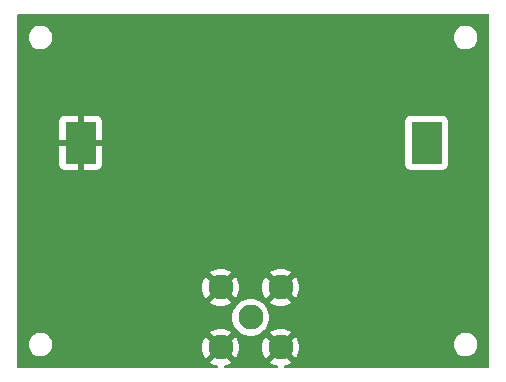
<source format=gbl>
G04 #@! TF.GenerationSoftware,KiCad,Pcbnew,8.0.7-8.0.7-0~ubuntu22.04.1*
G04 #@! TF.CreationDate,2025-02-07T12:30:24-08:00*
G04 #@! TF.ProjectId,WaDAR_Tag_V1_2,57614441-525f-4546-9167-5f56315f322e,rev?*
G04 #@! TF.SameCoordinates,Original*
G04 #@! TF.FileFunction,Copper,L2,Bot*
G04 #@! TF.FilePolarity,Positive*
%FSLAX46Y46*%
G04 Gerber Fmt 4.6, Leading zero omitted, Abs format (unit mm)*
G04 Created by KiCad (PCBNEW 8.0.7-8.0.7-0~ubuntu22.04.1) date 2025-02-07 12:30:24*
%MOMM*%
%LPD*%
G01*
G04 APERTURE LIST*
G04 #@! TA.AperFunction,ComponentPad*
%ADD10C,2.108200*%
G04 #@! TD*
G04 #@! TA.AperFunction,SMDPad,CuDef*
%ADD11R,2.600000X3.600000*%
G04 #@! TD*
G04 #@! TA.AperFunction,ViaPad*
%ADD12C,0.800000*%
G04 #@! TD*
G04 APERTURE END LIST*
D10*
X160860000Y-73740000D03*
X160860000Y-68660000D03*
X165940000Y-68660000D03*
X165940000Y-73740000D03*
X163400000Y-71200000D03*
D11*
X178300000Y-56425000D03*
X149000000Y-56425000D03*
D12*
X161900000Y-65300000D03*
X165200000Y-60300000D03*
X165200000Y-62300000D03*
X165200000Y-63300000D03*
X161900000Y-64300000D03*
X161900000Y-66300000D03*
X165200000Y-61300000D03*
X161900000Y-59300000D03*
X161900000Y-62300000D03*
X165200000Y-59300000D03*
X161900000Y-61300000D03*
X149000000Y-56425000D03*
X165200000Y-64300000D03*
X161900000Y-63300000D03*
X161900000Y-60300000D03*
X165200000Y-66300000D03*
X165200000Y-65300000D03*
X178300000Y-56425000D03*
G04 #@! TA.AperFunction,Conductor*
G36*
X183543039Y-45519685D02*
G01*
X183588794Y-45572489D01*
X183600000Y-45624000D01*
X183600000Y-75376000D01*
X183580315Y-75443039D01*
X183527511Y-75488794D01*
X183476000Y-75500000D01*
X166313977Y-75500000D01*
X166246938Y-75480315D01*
X166201183Y-75427511D01*
X166191239Y-75358353D01*
X166220264Y-75294797D01*
X166279042Y-75257023D01*
X166285030Y-75255426D01*
X166421718Y-75222610D01*
X166421730Y-75222606D01*
X166647729Y-75128995D01*
X166850922Y-75004476D01*
X166850923Y-75004475D01*
X166302370Y-74455922D01*
X166318989Y-74449039D01*
X166450034Y-74361478D01*
X166561478Y-74250034D01*
X166649039Y-74118989D01*
X166655922Y-74102370D01*
X167204475Y-74650923D01*
X167204476Y-74650922D01*
X167328995Y-74447729D01*
X167422606Y-74221730D01*
X167422610Y-74221718D01*
X167479712Y-73983870D01*
X167498905Y-73740000D01*
X167480017Y-73500000D01*
X180597422Y-73500000D01*
X180617943Y-73701819D01*
X180678669Y-73895364D01*
X180678676Y-73895379D01*
X180777118Y-74072738D01*
X180777121Y-74072743D01*
X180909255Y-74226660D01*
X180909256Y-74226662D01*
X181069668Y-74350829D01*
X181069672Y-74350832D01*
X181251799Y-74440170D01*
X181448182Y-74491017D01*
X181650780Y-74501292D01*
X181851299Y-74470573D01*
X182041530Y-74400120D01*
X182213684Y-74292815D01*
X182360715Y-74153052D01*
X182476601Y-73986553D01*
X182556600Y-73800135D01*
X182597435Y-73601429D01*
X182600000Y-73500000D01*
X182597435Y-73398571D01*
X182556600Y-73199865D01*
X182476601Y-73013447D01*
X182360715Y-72846948D01*
X182213684Y-72707185D01*
X182041530Y-72599880D01*
X181933391Y-72559830D01*
X181851300Y-72529427D01*
X181851294Y-72529426D01*
X181650781Y-72498708D01*
X181650780Y-72498708D01*
X181549481Y-72503845D01*
X181448181Y-72508983D01*
X181251798Y-72559830D01*
X181069668Y-72649170D01*
X180909256Y-72773337D01*
X180909255Y-72773339D01*
X180777121Y-72927256D01*
X180777118Y-72927261D01*
X180678676Y-73104620D01*
X180678669Y-73104635D01*
X180617943Y-73298180D01*
X180597422Y-73500000D01*
X167480017Y-73500000D01*
X167479712Y-73496129D01*
X167422610Y-73258281D01*
X167422606Y-73258269D01*
X167328995Y-73032270D01*
X167204475Y-72829075D01*
X166655922Y-73377628D01*
X166649039Y-73361011D01*
X166561478Y-73229966D01*
X166450034Y-73118522D01*
X166318989Y-73030961D01*
X166302368Y-73024076D01*
X166850923Y-72475523D01*
X166647729Y-72351004D01*
X166421730Y-72257393D01*
X166421718Y-72257389D01*
X166183870Y-72200287D01*
X165940000Y-72181094D01*
X165696129Y-72200287D01*
X165458281Y-72257389D01*
X165458269Y-72257393D01*
X165232270Y-72351004D01*
X165029075Y-72475523D01*
X165577629Y-73024077D01*
X165561011Y-73030961D01*
X165429966Y-73118522D01*
X165318522Y-73229966D01*
X165230961Y-73361011D01*
X165224077Y-73377629D01*
X164675523Y-72829075D01*
X164551004Y-73032270D01*
X164457393Y-73258269D01*
X164457389Y-73258281D01*
X164400287Y-73496129D01*
X164381094Y-73740000D01*
X164400287Y-73983870D01*
X164457389Y-74221718D01*
X164457393Y-74221730D01*
X164551004Y-74447729D01*
X164675523Y-74650923D01*
X165224077Y-74102369D01*
X165230961Y-74118989D01*
X165318522Y-74250034D01*
X165429966Y-74361478D01*
X165561011Y-74449039D01*
X165577629Y-74455922D01*
X165029075Y-75004475D01*
X165029075Y-75004476D01*
X165232270Y-75128995D01*
X165458269Y-75222606D01*
X165458281Y-75222610D01*
X165594970Y-75255426D01*
X165655562Y-75290217D01*
X165687726Y-75352243D01*
X165681250Y-75421812D01*
X165638191Y-75476836D01*
X165572218Y-75499845D01*
X165566023Y-75500000D01*
X161233977Y-75500000D01*
X161166938Y-75480315D01*
X161121183Y-75427511D01*
X161111239Y-75358353D01*
X161140264Y-75294797D01*
X161199042Y-75257023D01*
X161205030Y-75255426D01*
X161341718Y-75222610D01*
X161341730Y-75222606D01*
X161567729Y-75128995D01*
X161770922Y-75004476D01*
X161770923Y-75004475D01*
X161222370Y-74455922D01*
X161238989Y-74449039D01*
X161370034Y-74361478D01*
X161481478Y-74250034D01*
X161569039Y-74118989D01*
X161575922Y-74102370D01*
X162124475Y-74650923D01*
X162124476Y-74650922D01*
X162248995Y-74447729D01*
X162342606Y-74221730D01*
X162342610Y-74221718D01*
X162399712Y-73983870D01*
X162418905Y-73740000D01*
X162399712Y-73496129D01*
X162342610Y-73258281D01*
X162342606Y-73258269D01*
X162248995Y-73032270D01*
X162124475Y-72829075D01*
X161575922Y-73377628D01*
X161569039Y-73361011D01*
X161481478Y-73229966D01*
X161370034Y-73118522D01*
X161238989Y-73030961D01*
X161222368Y-73024076D01*
X161770923Y-72475523D01*
X161567729Y-72351004D01*
X161341730Y-72257393D01*
X161341718Y-72257389D01*
X161103870Y-72200287D01*
X160860000Y-72181094D01*
X160616129Y-72200287D01*
X160378281Y-72257389D01*
X160378269Y-72257393D01*
X160152270Y-72351004D01*
X159949075Y-72475523D01*
X160497629Y-73024077D01*
X160481011Y-73030961D01*
X160349966Y-73118522D01*
X160238522Y-73229966D01*
X160150961Y-73361011D01*
X160144077Y-73377629D01*
X159595523Y-72829075D01*
X159471004Y-73032270D01*
X159377393Y-73258269D01*
X159377389Y-73258281D01*
X159320287Y-73496129D01*
X159301094Y-73740000D01*
X159320287Y-73983870D01*
X159377389Y-74221718D01*
X159377393Y-74221730D01*
X159471004Y-74447729D01*
X159595523Y-74650923D01*
X160144077Y-74102369D01*
X160150961Y-74118989D01*
X160238522Y-74250034D01*
X160349966Y-74361478D01*
X160481011Y-74449039D01*
X160497629Y-74455922D01*
X159949075Y-75004475D01*
X159949075Y-75004476D01*
X160152270Y-75128995D01*
X160378269Y-75222606D01*
X160378281Y-75222610D01*
X160514970Y-75255426D01*
X160575562Y-75290217D01*
X160607726Y-75352243D01*
X160601250Y-75421812D01*
X160558191Y-75476836D01*
X160492218Y-75499845D01*
X160486023Y-75500000D01*
X143724000Y-75500000D01*
X143656961Y-75480315D01*
X143611206Y-75427511D01*
X143600000Y-75376000D01*
X143600000Y-73500000D01*
X144597422Y-73500000D01*
X144617943Y-73701819D01*
X144678669Y-73895364D01*
X144678676Y-73895379D01*
X144777118Y-74072738D01*
X144777121Y-74072743D01*
X144909255Y-74226660D01*
X144909256Y-74226662D01*
X145069668Y-74350829D01*
X145069672Y-74350832D01*
X145251799Y-74440170D01*
X145448182Y-74491017D01*
X145650780Y-74501292D01*
X145851299Y-74470573D01*
X146041530Y-74400120D01*
X146213684Y-74292815D01*
X146360715Y-74153052D01*
X146476601Y-73986553D01*
X146556600Y-73800135D01*
X146597435Y-73601429D01*
X146600000Y-73500000D01*
X146597435Y-73398571D01*
X146556600Y-73199865D01*
X146476601Y-73013447D01*
X146360715Y-72846948D01*
X146213684Y-72707185D01*
X146041530Y-72599880D01*
X145933391Y-72559830D01*
X145851300Y-72529427D01*
X145851294Y-72529426D01*
X145650781Y-72498708D01*
X145650780Y-72498708D01*
X145549481Y-72503845D01*
X145448181Y-72508983D01*
X145251798Y-72559830D01*
X145069668Y-72649170D01*
X144909256Y-72773337D01*
X144909255Y-72773339D01*
X144777121Y-72927256D01*
X144777118Y-72927261D01*
X144678676Y-73104620D01*
X144678669Y-73104635D01*
X144617943Y-73298180D01*
X144597422Y-73500000D01*
X143600000Y-73500000D01*
X143600000Y-71200000D01*
X161840593Y-71200000D01*
X161859792Y-71443948D01*
X161916915Y-71681883D01*
X161916915Y-71681884D01*
X162010555Y-71907952D01*
X162010557Y-71907955D01*
X162138409Y-72116590D01*
X162138410Y-72116593D01*
X162138413Y-72116596D01*
X162297333Y-72302667D01*
X162441370Y-72425687D01*
X162483406Y-72461589D01*
X162483408Y-72461589D01*
X162543980Y-72498708D01*
X162692044Y-72589442D01*
X162692047Y-72589444D01*
X162918116Y-72683084D01*
X163122301Y-72732104D01*
X163156055Y-72740208D01*
X163400000Y-72759407D01*
X163643945Y-72740208D01*
X163881883Y-72683084D01*
X163881884Y-72683084D01*
X164107952Y-72589444D01*
X164107953Y-72589443D01*
X164107956Y-72589442D01*
X164316596Y-72461587D01*
X164502667Y-72302667D01*
X164661587Y-72116596D01*
X164789442Y-71907956D01*
X164883084Y-71681883D01*
X164940208Y-71443945D01*
X164959407Y-71200000D01*
X164940208Y-70956055D01*
X164883084Y-70718117D01*
X164883084Y-70718116D01*
X164883084Y-70718115D01*
X164789444Y-70492047D01*
X164789442Y-70492044D01*
X164661590Y-70283409D01*
X164661589Y-70283406D01*
X164625687Y-70241370D01*
X164502667Y-70097333D01*
X164379645Y-69992262D01*
X164316593Y-69938410D01*
X164316590Y-69938409D01*
X164107955Y-69810557D01*
X164107952Y-69810555D01*
X163881883Y-69716915D01*
X163643948Y-69659792D01*
X163400000Y-69640593D01*
X163156051Y-69659792D01*
X162918116Y-69716915D01*
X162918115Y-69716915D01*
X162692047Y-69810555D01*
X162692044Y-69810557D01*
X162483409Y-69938409D01*
X162483406Y-69938410D01*
X162297333Y-70097333D01*
X162138410Y-70283406D01*
X162138409Y-70283409D01*
X162010557Y-70492044D01*
X162010555Y-70492047D01*
X161916915Y-70718115D01*
X161916915Y-70718116D01*
X161859792Y-70956051D01*
X161840593Y-71200000D01*
X143600000Y-71200000D01*
X143600000Y-68660000D01*
X159301094Y-68660000D01*
X159320287Y-68903870D01*
X159377389Y-69141718D01*
X159377393Y-69141730D01*
X159471004Y-69367729D01*
X159595523Y-69570923D01*
X160144077Y-69022369D01*
X160150961Y-69038989D01*
X160238522Y-69170034D01*
X160349966Y-69281478D01*
X160481011Y-69369039D01*
X160497629Y-69375922D01*
X159949075Y-69924475D01*
X159949075Y-69924476D01*
X160152270Y-70048995D01*
X160378269Y-70142606D01*
X160378281Y-70142610D01*
X160616129Y-70199712D01*
X160860000Y-70218905D01*
X161103870Y-70199712D01*
X161341718Y-70142610D01*
X161341730Y-70142606D01*
X161567729Y-70048995D01*
X161770922Y-69924476D01*
X161770923Y-69924475D01*
X161222370Y-69375922D01*
X161238989Y-69369039D01*
X161370034Y-69281478D01*
X161481478Y-69170034D01*
X161569039Y-69038989D01*
X161575922Y-69022370D01*
X162124475Y-69570923D01*
X162124476Y-69570922D01*
X162248995Y-69367729D01*
X162342606Y-69141730D01*
X162342610Y-69141718D01*
X162399712Y-68903870D01*
X162418905Y-68660000D01*
X164381094Y-68660000D01*
X164400287Y-68903870D01*
X164457389Y-69141718D01*
X164457393Y-69141730D01*
X164551004Y-69367729D01*
X164675523Y-69570923D01*
X165224077Y-69022369D01*
X165230961Y-69038989D01*
X165318522Y-69170034D01*
X165429966Y-69281478D01*
X165561011Y-69369039D01*
X165577629Y-69375922D01*
X165029075Y-69924475D01*
X165029075Y-69924476D01*
X165232270Y-70048995D01*
X165458269Y-70142606D01*
X165458281Y-70142610D01*
X165696129Y-70199712D01*
X165940000Y-70218905D01*
X166183870Y-70199712D01*
X166421718Y-70142610D01*
X166421730Y-70142606D01*
X166647729Y-70048995D01*
X166850922Y-69924476D01*
X166850923Y-69924475D01*
X166302370Y-69375922D01*
X166318989Y-69369039D01*
X166450034Y-69281478D01*
X166561478Y-69170034D01*
X166649039Y-69038989D01*
X166655922Y-69022370D01*
X167204475Y-69570923D01*
X167204476Y-69570922D01*
X167328995Y-69367729D01*
X167422606Y-69141730D01*
X167422610Y-69141718D01*
X167479712Y-68903870D01*
X167498905Y-68660000D01*
X167479712Y-68416129D01*
X167422610Y-68178281D01*
X167422606Y-68178269D01*
X167328995Y-67952270D01*
X167204475Y-67749075D01*
X166655922Y-68297628D01*
X166649039Y-68281011D01*
X166561478Y-68149966D01*
X166450034Y-68038522D01*
X166318989Y-67950961D01*
X166302368Y-67944076D01*
X166850923Y-67395523D01*
X166647729Y-67271004D01*
X166421730Y-67177393D01*
X166421718Y-67177389D01*
X166183870Y-67120287D01*
X165940000Y-67101094D01*
X165696129Y-67120287D01*
X165458281Y-67177389D01*
X165458269Y-67177393D01*
X165232270Y-67271004D01*
X165029075Y-67395523D01*
X165577629Y-67944077D01*
X165561011Y-67950961D01*
X165429966Y-68038522D01*
X165318522Y-68149966D01*
X165230961Y-68281011D01*
X165224077Y-68297629D01*
X164675523Y-67749075D01*
X164551004Y-67952270D01*
X164457393Y-68178269D01*
X164457389Y-68178281D01*
X164400287Y-68416129D01*
X164381094Y-68660000D01*
X162418905Y-68660000D01*
X162399712Y-68416129D01*
X162342610Y-68178281D01*
X162342606Y-68178269D01*
X162248995Y-67952270D01*
X162124475Y-67749075D01*
X161575922Y-68297628D01*
X161569039Y-68281011D01*
X161481478Y-68149966D01*
X161370034Y-68038522D01*
X161238989Y-67950961D01*
X161222368Y-67944076D01*
X161770923Y-67395523D01*
X161567729Y-67271004D01*
X161341730Y-67177393D01*
X161341718Y-67177389D01*
X161103870Y-67120287D01*
X160860000Y-67101094D01*
X160616129Y-67120287D01*
X160378281Y-67177389D01*
X160378269Y-67177393D01*
X160152270Y-67271004D01*
X159949075Y-67395523D01*
X160497629Y-67944077D01*
X160481011Y-67950961D01*
X160349966Y-68038522D01*
X160238522Y-68149966D01*
X160150961Y-68281011D01*
X160144077Y-68297629D01*
X159595523Y-67749075D01*
X159471004Y-67952270D01*
X159377393Y-68178269D01*
X159377389Y-68178281D01*
X159320287Y-68416129D01*
X159301094Y-68660000D01*
X143600000Y-68660000D01*
X143600000Y-58272844D01*
X147200000Y-58272844D01*
X147206401Y-58332372D01*
X147206403Y-58332379D01*
X147256645Y-58467086D01*
X147256649Y-58467093D01*
X147342809Y-58582187D01*
X147342812Y-58582190D01*
X147457906Y-58668350D01*
X147457913Y-58668354D01*
X147592620Y-58718596D01*
X147592627Y-58718598D01*
X147652155Y-58724999D01*
X147652172Y-58725000D01*
X148750000Y-58725000D01*
X149250000Y-58725000D01*
X150347828Y-58725000D01*
X150347844Y-58724999D01*
X150407372Y-58718598D01*
X150407379Y-58718596D01*
X150542086Y-58668354D01*
X150542093Y-58668350D01*
X150657187Y-58582190D01*
X150657190Y-58582187D01*
X150743350Y-58467093D01*
X150743354Y-58467086D01*
X150793596Y-58332379D01*
X150793598Y-58332372D01*
X150799999Y-58272844D01*
X150800000Y-58272827D01*
X150800000Y-56675000D01*
X149250000Y-56675000D01*
X149250000Y-58725000D01*
X148750000Y-58725000D01*
X148750000Y-56675000D01*
X147200000Y-56675000D01*
X147200000Y-58272844D01*
X143600000Y-58272844D01*
X143600000Y-54577155D01*
X147200000Y-54577155D01*
X147200000Y-56175000D01*
X148750000Y-56175000D01*
X149250000Y-56175000D01*
X150800000Y-56175000D01*
X150800000Y-54577172D01*
X150799999Y-54577155D01*
X150799997Y-54577135D01*
X176499500Y-54577135D01*
X176499500Y-58272870D01*
X176499501Y-58272876D01*
X176505908Y-58332483D01*
X176556202Y-58467328D01*
X176556206Y-58467335D01*
X176642452Y-58582544D01*
X176642455Y-58582547D01*
X176757664Y-58668793D01*
X176757671Y-58668797D01*
X176892517Y-58719091D01*
X176892516Y-58719091D01*
X176899444Y-58719835D01*
X176952127Y-58725500D01*
X179647872Y-58725499D01*
X179707483Y-58719091D01*
X179842331Y-58668796D01*
X179957546Y-58582546D01*
X180043796Y-58467331D01*
X180094091Y-58332483D01*
X180100500Y-58272873D01*
X180100499Y-54577128D01*
X180094091Y-54517517D01*
X180043884Y-54382906D01*
X180043797Y-54382671D01*
X180043793Y-54382664D01*
X179957547Y-54267455D01*
X179957544Y-54267452D01*
X179842335Y-54181206D01*
X179842328Y-54181202D01*
X179707482Y-54130908D01*
X179707483Y-54130908D01*
X179647883Y-54124501D01*
X179647881Y-54124500D01*
X179647873Y-54124500D01*
X179647864Y-54124500D01*
X176952129Y-54124500D01*
X176952123Y-54124501D01*
X176892516Y-54130908D01*
X176757671Y-54181202D01*
X176757664Y-54181206D01*
X176642455Y-54267452D01*
X176642452Y-54267455D01*
X176556206Y-54382664D01*
X176556202Y-54382671D01*
X176505908Y-54517517D01*
X176499501Y-54577116D01*
X176499501Y-54577123D01*
X176499500Y-54577135D01*
X150799997Y-54577135D01*
X150793598Y-54517627D01*
X150793596Y-54517620D01*
X150743354Y-54382913D01*
X150743350Y-54382906D01*
X150657190Y-54267812D01*
X150657187Y-54267809D01*
X150542093Y-54181649D01*
X150542086Y-54181645D01*
X150407379Y-54131403D01*
X150407372Y-54131401D01*
X150347844Y-54125000D01*
X149250000Y-54125000D01*
X149250000Y-56175000D01*
X148750000Y-56175000D01*
X148750000Y-54125000D01*
X147652155Y-54125000D01*
X147592627Y-54131401D01*
X147592620Y-54131403D01*
X147457913Y-54181645D01*
X147457906Y-54181649D01*
X147342812Y-54267809D01*
X147342809Y-54267812D01*
X147256649Y-54382906D01*
X147256645Y-54382913D01*
X147206403Y-54517620D01*
X147206401Y-54517627D01*
X147200000Y-54577155D01*
X143600000Y-54577155D01*
X143600000Y-47500000D01*
X144597422Y-47500000D01*
X144617943Y-47701819D01*
X144678669Y-47895364D01*
X144678676Y-47895379D01*
X144777118Y-48072738D01*
X144777121Y-48072743D01*
X144909255Y-48226660D01*
X144909256Y-48226662D01*
X145069668Y-48350829D01*
X145069672Y-48350832D01*
X145251799Y-48440170D01*
X145448182Y-48491017D01*
X145650780Y-48501292D01*
X145851299Y-48470573D01*
X146041530Y-48400120D01*
X146213684Y-48292815D01*
X146360715Y-48153052D01*
X146476601Y-47986553D01*
X146556600Y-47800135D01*
X146597435Y-47601429D01*
X146600000Y-47500000D01*
X180597422Y-47500000D01*
X180617943Y-47701819D01*
X180678669Y-47895364D01*
X180678676Y-47895379D01*
X180777118Y-48072738D01*
X180777121Y-48072743D01*
X180909255Y-48226660D01*
X180909256Y-48226662D01*
X181069668Y-48350829D01*
X181069672Y-48350832D01*
X181251799Y-48440170D01*
X181448182Y-48491017D01*
X181650780Y-48501292D01*
X181851299Y-48470573D01*
X182041530Y-48400120D01*
X182213684Y-48292815D01*
X182360715Y-48153052D01*
X182476601Y-47986553D01*
X182556600Y-47800135D01*
X182597435Y-47601429D01*
X182600000Y-47500000D01*
X182597435Y-47398571D01*
X182556600Y-47199865D01*
X182476601Y-47013447D01*
X182360715Y-46846948D01*
X182213684Y-46707185D01*
X182041530Y-46599880D01*
X181933391Y-46559830D01*
X181851300Y-46529427D01*
X181851294Y-46529426D01*
X181650781Y-46498708D01*
X181650780Y-46498708D01*
X181549481Y-46503845D01*
X181448181Y-46508983D01*
X181251798Y-46559830D01*
X181069668Y-46649170D01*
X180909256Y-46773337D01*
X180909255Y-46773339D01*
X180777121Y-46927256D01*
X180777118Y-46927261D01*
X180678676Y-47104620D01*
X180678669Y-47104635D01*
X180617943Y-47298180D01*
X180597422Y-47500000D01*
X146600000Y-47500000D01*
X146597435Y-47398571D01*
X146556600Y-47199865D01*
X146476601Y-47013447D01*
X146360715Y-46846948D01*
X146213684Y-46707185D01*
X146041530Y-46599880D01*
X145933391Y-46559830D01*
X145851300Y-46529427D01*
X145851294Y-46529426D01*
X145650781Y-46498708D01*
X145650780Y-46498708D01*
X145549481Y-46503845D01*
X145448181Y-46508983D01*
X145251798Y-46559830D01*
X145069668Y-46649170D01*
X144909256Y-46773337D01*
X144909255Y-46773339D01*
X144777121Y-46927256D01*
X144777118Y-46927261D01*
X144678676Y-47104620D01*
X144678669Y-47104635D01*
X144617943Y-47298180D01*
X144597422Y-47500000D01*
X143600000Y-47500000D01*
X143600000Y-45624000D01*
X143619685Y-45556961D01*
X143672489Y-45511206D01*
X143724000Y-45500000D01*
X183476000Y-45500000D01*
X183543039Y-45519685D01*
G37*
G04 #@! TD.AperFunction*
M02*

</source>
